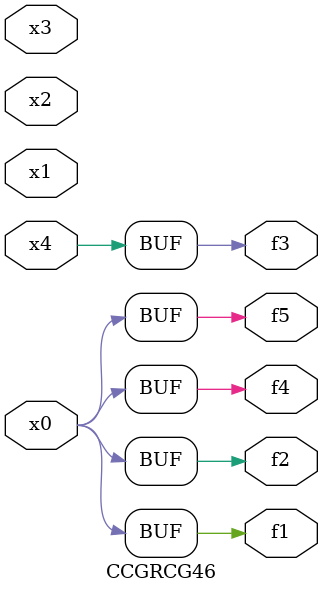
<source format=v>
module CCGRCG46(
	input x0, x1, x2, x3, x4,
	output f1, f2, f3, f4, f5
);
	assign f1 = x0;
	assign f2 = x0;
	assign f3 = x4;
	assign f4 = x0;
	assign f5 = x0;
endmodule

</source>
